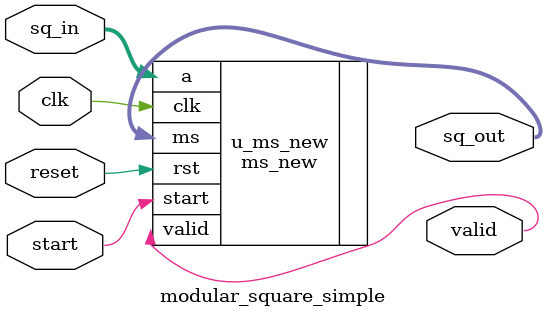
<source format=sv>
/*******************************************************************************
  Copyright 2019 Supranational LLC

  Licensed under the Apache License, Version 2.0 (the "License");
  you may not use this file except in compliance with the License.
  You may obtain a copy of the License at

    http://www.apache.org/licenses/LICENSE-2.0

  Unless required by applicable law or agreed to in writing, software
  distributed under the License is distributed on an "AS IS" BASIS,
  WITHOUT WARRANTIES OR CONDITIONS OF ANY KIND, either express or implied.
  See the License for the specific language governing permissions and
  limitations under the License.
*******************************************************************************/

`include "msuconfig.vh"

// Set a default modulus and bitwidth but allow them to be defined 
// externally as well. 
`ifndef MOD_LEN_DEF
`define MOD_LEN_DEF 1024
`endif

module modular_square_simple
   #(
     parameter int MOD_LEN = `MOD_LEN_DEF
    )
   (
    input logic                   clk,
    input logic                   reset,
    input logic                   start,
    input logic [MOD_LEN-1:0]     sq_in,
    output logic [MOD_LEN-1:0]    sq_out,
    output logic                  valid
   );



   ms_new  u_ms_new (
       .clk                     ( clk         ),
       .rst                     ( reset         ),
       .a                       ( sq_in           ),
       .start                ( start    ),

       .ms                      ( sq_out          ),
       .valid               ( valid   )
   );

endmodule

</source>
